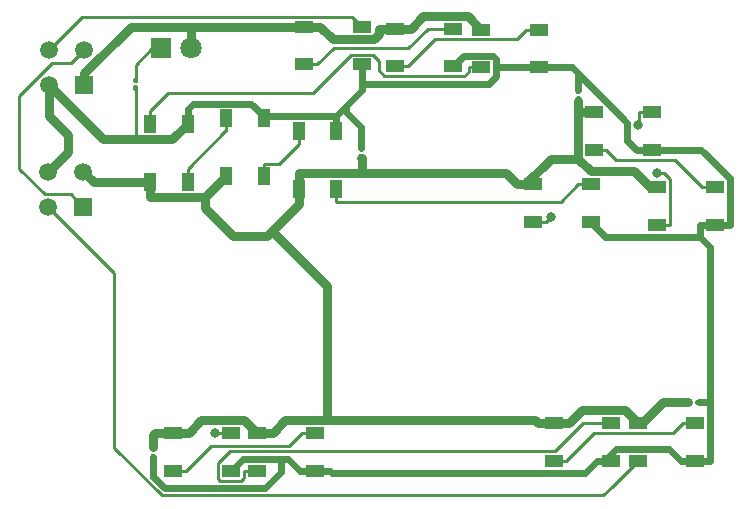
<source format=gbr>
%TF.GenerationSoftware,KiCad,Pcbnew,(5.1.6)-1*%
%TF.CreationDate,2020-11-24T18:40:46+11:00*%
%TF.ProjectId,ANT SEL Panel PCB V1,414e5420-5345-44c2-9050-616e656c2050,rev?*%
%TF.SameCoordinates,Original*%
%TF.FileFunction,Copper,L1,Top*%
%TF.FilePolarity,Positive*%
%FSLAX46Y46*%
G04 Gerber Fmt 4.6, Leading zero omitted, Abs format (unit mm)*
G04 Created by KiCad (PCBNEW (5.1.6)-1) date 2020-11-24 18:40:46*
%MOMM*%
%LPD*%
G01*
G04 APERTURE LIST*
%TA.AperFunction,ComponentPad*%
%ADD10C,1.520000*%
%TD*%
%TA.AperFunction,ComponentPad*%
%ADD11R,1.520000X1.520000*%
%TD*%
%TA.AperFunction,ComponentPad*%
%ADD12C,1.800000*%
%TD*%
%TA.AperFunction,ComponentPad*%
%ADD13R,1.800000X1.800000*%
%TD*%
%TA.AperFunction,SMDPad,CuDef*%
%ADD14R,1.500000X1.000000*%
%TD*%
%TA.AperFunction,SMDPad,CuDef*%
%ADD15R,1.000000X1.500000*%
%TD*%
%TA.AperFunction,ViaPad*%
%ADD16C,0.800000*%
%TD*%
%TA.AperFunction,Conductor*%
%ADD17C,0.250000*%
%TD*%
%TA.AperFunction,Conductor*%
%ADD18C,0.600000*%
%TD*%
%TA.AperFunction,Conductor*%
%ADD19C,0.750000*%
%TD*%
G04 APERTURE END LIST*
D10*
%TO.P,J2,4*%
%TO.N,/LEDGND*%
X86027201Y-52208401D03*
%TO.P,J2,3*%
%TO.N,Net-(D13-Pad2)*%
X86027201Y-55208400D03*
%TO.P,J2,2*%
%TO.N,/LED+5V*%
X89027200Y-52208401D03*
D11*
%TO.P,J2,1*%
%TO.N,Net-(J1-Pad2)*%
X89027200Y-55208400D03*
%TD*%
D10*
%TO.P,J1,4*%
%TO.N,Net-(D1-Pad4)*%
X86080801Y-41898801D03*
%TO.P,J1,3*%
%TO.N,/LEDGND*%
X86080801Y-44898800D03*
%TO.P,J1,2*%
%TO.N,Net-(J1-Pad2)*%
X89080800Y-41898801D03*
D11*
%TO.P,J1,1*%
%TO.N,/LED+5V*%
X89080800Y-44898800D03*
%TD*%
%TO.P,C5,2*%
%TO.N,/LEDGND*%
%TA.AperFunction,SMDPad,CuDef*%
G36*
G01*
X94850000Y-76090000D02*
X95050000Y-76090000D01*
G75*
G02*
X95150000Y-76190000I0J-100000D01*
G01*
X95150000Y-76450000D01*
G75*
G02*
X95050000Y-76550000I-100000J0D01*
G01*
X94850000Y-76550000D01*
G75*
G02*
X94750000Y-76450000I0J100000D01*
G01*
X94750000Y-76190000D01*
G75*
G02*
X94850000Y-76090000I100000J0D01*
G01*
G37*
%TD.AperFunction*%
%TO.P,C5,1*%
%TO.N,/LED+5V*%
%TA.AperFunction,SMDPad,CuDef*%
G36*
G01*
X94850000Y-75450000D02*
X95050000Y-75450000D01*
G75*
G02*
X95150000Y-75550000I0J-100000D01*
G01*
X95150000Y-75810000D01*
G75*
G02*
X95050000Y-75910000I-100000J0D01*
G01*
X94850000Y-75910000D01*
G75*
G02*
X94750000Y-75810000I0J100000D01*
G01*
X94750000Y-75550000D01*
G75*
G02*
X94850000Y-75450000I100000J0D01*
G01*
G37*
%TD.AperFunction*%
%TD*%
%TO.P,C4,2*%
%TO.N,/LEDGND*%
%TA.AperFunction,SMDPad,CuDef*%
G36*
G01*
X140795000Y-71850000D02*
X140795000Y-71650000D01*
G75*
G02*
X140895000Y-71550000I100000J0D01*
G01*
X141155000Y-71550000D01*
G75*
G02*
X141255000Y-71650000I0J-100000D01*
G01*
X141255000Y-71850000D01*
G75*
G02*
X141155000Y-71950000I-100000J0D01*
G01*
X140895000Y-71950000D01*
G75*
G02*
X140795000Y-71850000I0J100000D01*
G01*
G37*
%TD.AperFunction*%
%TO.P,C4,1*%
%TO.N,/LED+5V*%
%TA.AperFunction,SMDPad,CuDef*%
G36*
G01*
X140155000Y-71850000D02*
X140155000Y-71650000D01*
G75*
G02*
X140255000Y-71550000I100000J0D01*
G01*
X140515000Y-71550000D01*
G75*
G02*
X140615000Y-71650000I0J-100000D01*
G01*
X140615000Y-71850000D01*
G75*
G02*
X140515000Y-71950000I-100000J0D01*
G01*
X140255000Y-71950000D01*
G75*
G02*
X140155000Y-71850000I0J100000D01*
G01*
G37*
%TD.AperFunction*%
%TD*%
%TO.P,C3,2*%
%TO.N,/LEDGND*%
%TA.AperFunction,SMDPad,CuDef*%
G36*
G01*
X131025000Y-45660000D02*
X130825000Y-45660000D01*
G75*
G02*
X130725000Y-45560000I0J100000D01*
G01*
X130725000Y-45300000D01*
G75*
G02*
X130825000Y-45200000I100000J0D01*
G01*
X131025000Y-45200000D01*
G75*
G02*
X131125000Y-45300000I0J-100000D01*
G01*
X131125000Y-45560000D01*
G75*
G02*
X131025000Y-45660000I-100000J0D01*
G01*
G37*
%TD.AperFunction*%
%TO.P,C3,1*%
%TO.N,/LED+5V*%
%TA.AperFunction,SMDPad,CuDef*%
G36*
G01*
X131025000Y-46300000D02*
X130825000Y-46300000D01*
G75*
G02*
X130725000Y-46200000I0J100000D01*
G01*
X130725000Y-45940000D01*
G75*
G02*
X130825000Y-45840000I100000J0D01*
G01*
X131025000Y-45840000D01*
G75*
G02*
X131125000Y-45940000I0J-100000D01*
G01*
X131125000Y-46200000D01*
G75*
G02*
X131025000Y-46300000I-100000J0D01*
G01*
G37*
%TD.AperFunction*%
%TD*%
%TO.P,C2,2*%
%TO.N,/LEDGND*%
%TA.AperFunction,SMDPad,CuDef*%
G36*
G01*
X112650000Y-50510000D02*
X112450000Y-50510000D01*
G75*
G02*
X112350000Y-50410000I0J100000D01*
G01*
X112350000Y-50150000D01*
G75*
G02*
X112450000Y-50050000I100000J0D01*
G01*
X112650000Y-50050000D01*
G75*
G02*
X112750000Y-50150000I0J-100000D01*
G01*
X112750000Y-50410000D01*
G75*
G02*
X112650000Y-50510000I-100000J0D01*
G01*
G37*
%TD.AperFunction*%
%TO.P,C2,1*%
%TO.N,/LED+5V*%
%TA.AperFunction,SMDPad,CuDef*%
G36*
G01*
X112650000Y-51150000D02*
X112450000Y-51150000D01*
G75*
G02*
X112350000Y-51050000I0J100000D01*
G01*
X112350000Y-50790000D01*
G75*
G02*
X112450000Y-50690000I100000J0D01*
G01*
X112650000Y-50690000D01*
G75*
G02*
X112750000Y-50790000I0J-100000D01*
G01*
X112750000Y-51050000D01*
G75*
G02*
X112650000Y-51150000I-100000J0D01*
G01*
G37*
%TD.AperFunction*%
%TD*%
%TO.P,R1,2*%
%TO.N,Net-(D14-Pad1)*%
%TA.AperFunction,SMDPad,CuDef*%
G36*
G01*
X93550000Y-44730000D02*
X93350000Y-44730000D01*
G75*
G02*
X93250000Y-44630000I0J100000D01*
G01*
X93250000Y-44370000D01*
G75*
G02*
X93350000Y-44270000I100000J0D01*
G01*
X93550000Y-44270000D01*
G75*
G02*
X93650000Y-44370000I0J-100000D01*
G01*
X93650000Y-44630000D01*
G75*
G02*
X93550000Y-44730000I-100000J0D01*
G01*
G37*
%TD.AperFunction*%
%TO.P,R1,1*%
%TO.N,/LEDGND*%
%TA.AperFunction,SMDPad,CuDef*%
G36*
G01*
X93550000Y-45370000D02*
X93350000Y-45370000D01*
G75*
G02*
X93250000Y-45270000I0J100000D01*
G01*
X93250000Y-45010000D01*
G75*
G02*
X93350000Y-44910000I100000J0D01*
G01*
X93550000Y-44910000D01*
G75*
G02*
X93650000Y-45010000I0J-100000D01*
G01*
X93650000Y-45270000D01*
G75*
G02*
X93550000Y-45370000I-100000J0D01*
G01*
G37*
%TD.AperFunction*%
%TD*%
D12*
%TO.P,D14,2*%
%TO.N,/LED+5V*%
X98150000Y-41750000D03*
D13*
%TO.P,D14,1*%
%TO.N,Net-(D14-Pad1)*%
X95610000Y-41750000D03*
%TD*%
D14*
%TO.P,D13,1*%
%TO.N,/LED+5V*%
X135941200Y-73507600D03*
%TO.P,D13,2*%
%TO.N,Net-(D13-Pad2)*%
X135941200Y-76707600D03*
%TO.P,D13,4*%
%TO.N,Net-(D12-Pad2)*%
X140841200Y-73507600D03*
%TO.P,D13,3*%
%TO.N,/LEDGND*%
X140841200Y-76707600D03*
%TD*%
%TO.P,D12,1*%
%TO.N,/LED+5V*%
X128829200Y-73507600D03*
%TO.P,D12,2*%
%TO.N,Net-(D12-Pad2)*%
X128829200Y-76707600D03*
%TO.P,D12,4*%
%TO.N,Net-(D11-Pad2)*%
X133729200Y-73507600D03*
%TO.P,D12,3*%
%TO.N,/LEDGND*%
X133729200Y-76707600D03*
%TD*%
%TO.P,D11,1*%
%TO.N,/LED+5V*%
X103710200Y-74320400D03*
%TO.P,D11,2*%
%TO.N,Net-(D11-Pad2)*%
X103710200Y-77520400D03*
%TO.P,D11,4*%
%TO.N,Net-(D10-Pad2)*%
X108610200Y-74320400D03*
%TO.P,D11,3*%
%TO.N,/LEDGND*%
X108610200Y-77520400D03*
%TD*%
%TO.P,D10,1*%
%TO.N,/LED+5V*%
X96610200Y-74346000D03*
%TO.P,D10,2*%
%TO.N,Net-(D10-Pad2)*%
X96610200Y-77546000D03*
%TO.P,D10,4*%
%TO.N,Net-(D10-Pad4)*%
X101510200Y-74346000D03*
%TO.P,D10,3*%
%TO.N,/LEDGND*%
X101510200Y-77546000D03*
%TD*%
%TO.P,D9,1*%
%TO.N,/LED+5V*%
X137605200Y-53518000D03*
%TO.P,D9,2*%
%TO.N,Net-(D10-Pad4)*%
X137605200Y-56718000D03*
%TO.P,D9,4*%
%TO.N,Net-(D8-Pad2)*%
X142505200Y-53518000D03*
%TO.P,D9,3*%
%TO.N,/LEDGND*%
X142505200Y-56718000D03*
%TD*%
%TO.P,D8,1*%
%TO.N,/LED+5V*%
X132221200Y-47168000D03*
%TO.P,D8,2*%
%TO.N,Net-(D8-Pad2)*%
X132221200Y-50368000D03*
%TO.P,D8,4*%
%TO.N,Net-(D7-Pad2)*%
X137121200Y-47168000D03*
%TO.P,D8,3*%
%TO.N,/LEDGND*%
X137121200Y-50368000D03*
%TD*%
%TO.P,D7,1*%
%TO.N,/LED+5V*%
X127078200Y-53289200D03*
%TO.P,D7,2*%
%TO.N,Net-(D7-Pad2)*%
X127078200Y-56489200D03*
%TO.P,D7,4*%
%TO.N,Net-(D6-Pad2)*%
X131978200Y-53289200D03*
%TO.P,D7,3*%
%TO.N,/LEDGND*%
X131978200Y-56489200D03*
%TD*%
D15*
%TO.P,D6,1*%
%TO.N,/LED+5V*%
X107239200Y-53668000D03*
%TO.P,D6,2*%
%TO.N,Net-(D6-Pad2)*%
X110439200Y-53668000D03*
%TO.P,D6,4*%
%TO.N,Net-(D5-Pad2)*%
X107239200Y-48768000D03*
%TO.P,D6,3*%
%TO.N,/LEDGND*%
X110439200Y-48768000D03*
%TD*%
%TO.P,D5,1*%
%TO.N,/LED+5V*%
X101092200Y-52601200D03*
%TO.P,D5,2*%
%TO.N,Net-(D5-Pad2)*%
X104292200Y-52601200D03*
%TO.P,D5,4*%
%TO.N,Net-(D4-Pad2)*%
X101092200Y-47701200D03*
%TO.P,D5,3*%
%TO.N,/LEDGND*%
X104292200Y-47701200D03*
%TD*%
%TO.P,D4,1*%
%TO.N,/LED+5V*%
X94640800Y-53058400D03*
%TO.P,D4,2*%
%TO.N,Net-(D4-Pad2)*%
X97840800Y-53058400D03*
%TO.P,D4,4*%
%TO.N,Net-(D3-Pad2)*%
X94640800Y-48158400D03*
%TO.P,D4,3*%
%TO.N,/LEDGND*%
X97840800Y-48158400D03*
%TD*%
D14*
%TO.P,D3,1*%
%TO.N,/LED+5V*%
X122709200Y-40182800D03*
%TO.P,D3,2*%
%TO.N,Net-(D3-Pad2)*%
X122709200Y-43382800D03*
%TO.P,D3,4*%
%TO.N,Net-(D2-Pad2)*%
X127609200Y-40182800D03*
%TO.P,D3,3*%
%TO.N,/LEDGND*%
X127609200Y-43382800D03*
%TD*%
%TO.P,D2,1*%
%TO.N,/LED+5V*%
X115406200Y-40106800D03*
%TO.P,D2,2*%
%TO.N,Net-(D2-Pad2)*%
X115406200Y-43306800D03*
%TO.P,D2,4*%
%TO.N,Net-(D1-Pad2)*%
X120306200Y-40106800D03*
%TO.P,D2,3*%
%TO.N,/LEDGND*%
X120306200Y-43306800D03*
%TD*%
%TO.P,D1,1*%
%TO.N,/LED+5V*%
X107723200Y-39929200D03*
%TO.P,D1,2*%
%TO.N,Net-(D1-Pad2)*%
X107723200Y-43129200D03*
%TO.P,D1,4*%
%TO.N,Net-(D1-Pad4)*%
X112623200Y-39929200D03*
%TO.P,D1,3*%
%TO.N,/LEDGND*%
X112623200Y-43129200D03*
%TD*%
D16*
%TO.N,Net-(D7-Pad2)*%
X135982500Y-48275900D03*
X128628700Y-56032600D03*
%TO.N,Net-(D10-Pad4)*%
X100151600Y-74346000D03*
X137569900Y-52358000D03*
%TD*%
D17*
%TO.N,Net-(D1-Pad2)*%
X107723200Y-43129200D02*
X108798500Y-43129200D01*
X108798500Y-43129200D02*
X110198000Y-41729700D01*
X110198000Y-41729700D02*
X116535100Y-41729700D01*
X116535100Y-41729700D02*
X118158000Y-40106800D01*
X118158000Y-40106800D02*
X120306200Y-40106800D01*
%TO.N,Net-(D1-Pad4)*%
X111798199Y-39104199D02*
X112623200Y-39929200D01*
X88875403Y-39104199D02*
X111798199Y-39104199D01*
X86080801Y-41898801D02*
X88875403Y-39104199D01*
%TO.N,Net-(D2-Pad2)*%
X127609200Y-40182800D02*
X126533900Y-40182800D01*
X115406200Y-43306800D02*
X116481500Y-43306800D01*
X116481500Y-43306800D02*
X118780200Y-41008100D01*
X118780200Y-41008100D02*
X125708600Y-41008100D01*
X125708600Y-41008100D02*
X126533900Y-40182800D01*
%TO.N,Net-(D3-Pad2)*%
X94640800Y-48158400D02*
X94640800Y-47083100D01*
X122709200Y-43382800D02*
X121633900Y-43382800D01*
X121633900Y-43382800D02*
X121633900Y-43757600D01*
X121633900Y-43757600D02*
X121259300Y-44132200D01*
X121259300Y-44132200D02*
X114507000Y-44132200D01*
X114507000Y-44132200D02*
X114014700Y-43639900D01*
X114014700Y-43639900D02*
X114014700Y-42804800D01*
X114014700Y-42804800D02*
X113513700Y-42303800D01*
X113513700Y-42303800D02*
X111711400Y-42303800D01*
X111711400Y-42303800D02*
X108479400Y-45535800D01*
X108479400Y-45535800D02*
X96188100Y-45535800D01*
X96188100Y-45535800D02*
X94640800Y-47083100D01*
%TO.N,Net-(D4-Pad2)*%
X101092200Y-47701200D02*
X101092200Y-48776500D01*
X97840800Y-53058400D02*
X97840800Y-51983100D01*
X97840800Y-51983100D02*
X101047400Y-48776500D01*
X101047400Y-48776500D02*
X101092200Y-48776500D01*
%TO.N,Net-(D5-Pad2)*%
X107239200Y-48768000D02*
X107239200Y-49843300D01*
X104292200Y-52601200D02*
X104292200Y-51525900D01*
X104292200Y-51525900D02*
X105556600Y-51525900D01*
X105556600Y-51525900D02*
X107239200Y-49843300D01*
%TO.N,Net-(D6-Pad2)*%
X131978200Y-53289200D02*
X130902900Y-53289200D01*
X110439200Y-53668000D02*
X110439200Y-54743300D01*
X110439200Y-54743300D02*
X129448800Y-54743300D01*
X129448800Y-54743300D02*
X130902900Y-53289200D01*
%TO.N,Net-(D7-Pad2)*%
X137121200Y-47168000D02*
X136045900Y-47168000D01*
X135982500Y-48275900D02*
X136045900Y-48212500D01*
X136045900Y-48212500D02*
X136045900Y-47168000D01*
X127078200Y-56489200D02*
X128172100Y-56489200D01*
X128172100Y-56489200D02*
X128628700Y-56032600D01*
%TO.N,Net-(D8-Pad2)*%
X132221200Y-50368000D02*
X133296500Y-50368000D01*
X142505200Y-53518000D02*
X141429900Y-53518000D01*
X141429900Y-53518000D02*
X139105200Y-51193300D01*
X139105200Y-51193300D02*
X134121800Y-51193300D01*
X134121800Y-51193300D02*
X133296500Y-50368000D01*
%TO.N,Net-(D10-Pad4)*%
X137605200Y-56718000D02*
X138680500Y-56718000D01*
X100434900Y-74346000D02*
X100151600Y-74346000D01*
X101510200Y-74346000D02*
X100434900Y-74346000D01*
X138680500Y-56718000D02*
X138680500Y-52874400D01*
X138680500Y-52874400D02*
X138164100Y-52358000D01*
X138164100Y-52358000D02*
X137569900Y-52358000D01*
%TO.N,Net-(D10-Pad2)*%
X97685500Y-77546000D02*
X99808300Y-75423200D01*
X99808300Y-75423200D02*
X106432100Y-75423200D01*
X106432100Y-75423200D02*
X107534900Y-74320400D01*
X108610200Y-74320400D02*
X107534900Y-74320400D01*
X96610200Y-77546000D02*
X97685500Y-77546000D01*
%TO.N,Net-(D11-Pad2)*%
X103710200Y-77520400D02*
X102634900Y-77520400D01*
X102634900Y-77520400D02*
X102634900Y-78139400D01*
X102634900Y-78139400D02*
X102402900Y-78371400D01*
X102402900Y-78371400D02*
X100613000Y-78371400D01*
X100613000Y-78371400D02*
X100434800Y-78193200D01*
X100434800Y-78193200D02*
X100434800Y-76904200D01*
X100434800Y-76904200D02*
X101456800Y-75882200D01*
X101456800Y-75882200D02*
X128932900Y-75882200D01*
X128932900Y-75882200D02*
X131307500Y-73507600D01*
X131307500Y-73507600D02*
X133729200Y-73507600D01*
%TO.N,Net-(D12-Pad2)*%
X140841200Y-73507600D02*
X139765900Y-73507600D01*
X128829200Y-76707600D02*
X129904500Y-76707600D01*
X129904500Y-76707600D02*
X132279200Y-74332900D01*
X132279200Y-74332900D02*
X138940600Y-74332900D01*
X138940600Y-74332900D02*
X139765900Y-73507600D01*
%TO.N,Net-(D13-Pad2)*%
X133827390Y-78821410D02*
X135941200Y-76707600D01*
X86027201Y-55208400D02*
X91600000Y-60781199D01*
X91600000Y-60781199D02*
X91600000Y-75569698D01*
X95651721Y-79621420D02*
X133027380Y-79621420D01*
X91600000Y-75569698D02*
X95651721Y-79621420D01*
X133027380Y-79621420D02*
X133827390Y-78821410D01*
%TO.N,Net-(J1-Pad2)*%
X86389997Y-42983802D02*
X83600000Y-45773799D01*
X89080800Y-41898801D02*
X87995799Y-42983802D01*
X87995799Y-42983802D02*
X86389997Y-42983802D01*
X85773399Y-54123399D02*
X87942199Y-54123399D01*
X87942199Y-54123399D02*
X89027200Y-55208400D01*
X83600000Y-51950000D02*
X85773399Y-54123399D01*
X83600000Y-45773799D02*
X83600000Y-51950000D01*
D18*
%TO.N,/LEDGND*%
X112623200Y-44769000D02*
X112623200Y-45333700D01*
X112623200Y-43129200D02*
X112623200Y-44769000D01*
X123959600Y-43382800D02*
X123959600Y-44132600D01*
X123959600Y-44132600D02*
X123323200Y-44769000D01*
X123323200Y-44769000D02*
X112623200Y-44769000D01*
X123959600Y-43382800D02*
X123959600Y-42632500D01*
X123959600Y-42632500D02*
X123709600Y-42382500D01*
X123709600Y-42382500D02*
X121230500Y-42382500D01*
X121230500Y-42382500D02*
X120306200Y-43306800D01*
X126358900Y-43382800D02*
X123959600Y-43382800D01*
X104292200Y-47517600D02*
X110439100Y-47517600D01*
X110439100Y-47517600D02*
X110439200Y-47517700D01*
X97840800Y-46908100D02*
X98298100Y-46450800D01*
X98298100Y-46450800D02*
X103225400Y-46450800D01*
X103225400Y-46450800D02*
X104292200Y-47517600D01*
X110439200Y-48768000D02*
X110439200Y-47517700D01*
X127609200Y-43382800D02*
X126358900Y-43382800D01*
X127609200Y-43382800D02*
X130407900Y-43382800D01*
X135082200Y-48057100D02*
X135082200Y-49579300D01*
X135082200Y-49579300D02*
X135870900Y-50368000D01*
X137121200Y-50368000D02*
X135870900Y-50368000D01*
X108610200Y-77520400D02*
X107359900Y-77520400D01*
X101510200Y-77546000D02*
X102536100Y-76520100D01*
X106359600Y-76520100D02*
X107359900Y-77520400D01*
X108610200Y-77520400D02*
X109860500Y-77520400D01*
X109860500Y-77520400D02*
X110048000Y-77707900D01*
X110048000Y-77707900D02*
X131478600Y-77707900D01*
X131478600Y-77707900D02*
X132478900Y-76707600D01*
X97840800Y-48158400D02*
X97840800Y-46908100D01*
X104292200Y-47517800D02*
X104292200Y-47517600D01*
X104292200Y-47701200D02*
X104292200Y-47609400D01*
X104292200Y-47609400D02*
X104292200Y-47517800D01*
X141254900Y-57718300D02*
X141254900Y-56718000D01*
X142091500Y-58554900D02*
X141254900Y-57718300D01*
X131978200Y-56489200D02*
X133207300Y-57718300D01*
X133207300Y-57718300D02*
X141254900Y-57718300D01*
X142505200Y-56718000D02*
X143755500Y-56718000D01*
X137121200Y-50368000D02*
X141334500Y-50368000D01*
X141334500Y-50368000D02*
X143755500Y-52789000D01*
X143755500Y-52789000D02*
X143755500Y-56718000D01*
X142505200Y-56718000D02*
X141254900Y-56718000D01*
X140841200Y-76707600D02*
X142091500Y-76707600D01*
X140216100Y-76707600D02*
X140841200Y-76707600D01*
X140216100Y-76707600D02*
X139590900Y-76707600D01*
X133104100Y-76707600D02*
X134104400Y-75707300D01*
X134104400Y-75707300D02*
X138590600Y-75707300D01*
X138590600Y-75707300D02*
X139590900Y-76707600D01*
X133104100Y-76707600D02*
X132478900Y-76707600D01*
X133729200Y-76707600D02*
X133104100Y-76707600D01*
D19*
X90665402Y-49483401D02*
X86080801Y-44898800D01*
X97840800Y-48158400D02*
X96515799Y-49483401D01*
X86080801Y-44898800D02*
X86080801Y-47480801D01*
X86080801Y-47480801D02*
X87700000Y-49100000D01*
X87700000Y-50535602D02*
X86027201Y-52208401D01*
X87700000Y-49100000D02*
X87700000Y-50535602D01*
X93183401Y-49483401D02*
X90665402Y-49483401D01*
D17*
X93450000Y-49350000D02*
X93316599Y-49483401D01*
X93450000Y-45140000D02*
X93450000Y-49350000D01*
D19*
X96515799Y-49483401D02*
X93316599Y-49483401D01*
X93316599Y-49483401D02*
X93183401Y-49483401D01*
D18*
X95910608Y-78996410D02*
X94950000Y-78035802D01*
X105754900Y-76520100D02*
X106359600Y-76520100D01*
X105754900Y-77625702D02*
X104384192Y-78996410D01*
X94950000Y-78035802D02*
X94950000Y-76410010D01*
X102536100Y-76520100D02*
X105754900Y-76520100D01*
X105754900Y-76520100D02*
X105754900Y-77625702D01*
X104384192Y-78996410D02*
X95910608Y-78996410D01*
X142091500Y-71716500D02*
X141115010Y-71716500D01*
X142091500Y-71716500D02*
X142091500Y-58554900D01*
X141115010Y-71716500D02*
X141115010Y-71750000D01*
X142091500Y-76707600D02*
X142091500Y-71716500D01*
X130875050Y-45339990D02*
X130925000Y-45339990D01*
X130875050Y-43849950D02*
X130875050Y-45339990D01*
X130875050Y-43849950D02*
X135082200Y-48057100D01*
X130407900Y-43382800D02*
X130875050Y-43849950D01*
X111278450Y-46678450D02*
X111278450Y-47128450D01*
X111278450Y-46678450D02*
X110439200Y-47517700D01*
X112623200Y-45333700D02*
X111278450Y-46678450D01*
X112550000Y-48400000D02*
X112550000Y-50189990D01*
X111278450Y-47128450D02*
X112550000Y-48400000D01*
D19*
%TO.N,/LED+5V*%
X107723200Y-39929200D02*
X109048500Y-39929200D01*
X109048500Y-39929200D02*
X110123800Y-41004500D01*
X110123800Y-41004500D02*
X113632200Y-41004500D01*
X113632200Y-41004500D02*
X114080900Y-40555800D01*
X114080900Y-40555800D02*
X114080900Y-40106800D01*
X115406200Y-40106800D02*
X114080900Y-40106800D01*
X109638500Y-73245100D02*
X106110800Y-73245100D01*
X106110800Y-73245100D02*
X105035500Y-74320400D01*
X127503900Y-73507600D02*
X127241400Y-73245100D01*
X127241400Y-73245100D02*
X109638500Y-73245100D01*
X105007000Y-57225500D02*
X109638500Y-61857100D01*
X109638500Y-61857100D02*
X109638500Y-73245100D01*
X105007000Y-57225500D02*
X104592600Y-57639900D01*
X104592600Y-57639900D02*
X101690500Y-57639900D01*
X101690500Y-57639900D02*
X99309700Y-55259100D01*
X99309700Y-55259100D02*
X99309700Y-54383700D01*
X107239200Y-54993300D02*
X105007000Y-57225500D01*
X99309700Y-54383700D02*
X101092200Y-52601200D01*
X94640800Y-54383700D02*
X99309700Y-54383700D01*
X107239200Y-53668000D02*
X107239200Y-52342700D01*
X107239200Y-53668000D02*
X107239200Y-54993300D01*
X124806400Y-52342700D02*
X125752900Y-53289200D01*
X94640800Y-53058400D02*
X94640800Y-54383700D01*
X96610200Y-74346000D02*
X97935500Y-74346000D01*
X97935500Y-74346000D02*
X99010900Y-73270600D01*
X99010900Y-73270600D02*
X102660400Y-73270600D01*
X102660400Y-73270600D02*
X103710200Y-74320400D01*
X130895900Y-51113100D02*
X131976500Y-52193700D01*
X131976500Y-52193700D02*
X135679900Y-52193700D01*
X135679900Y-52193700D02*
X137004200Y-53518000D01*
X137004200Y-53518000D02*
X137605200Y-53518000D01*
X130895900Y-47168000D02*
X130895900Y-51113100D01*
X126415600Y-53289200D02*
X128591700Y-51113100D01*
X128591700Y-51113100D02*
X130895900Y-51113100D01*
X126415600Y-53289200D02*
X125752900Y-53289200D01*
X127078200Y-53289200D02*
X126415600Y-53289200D01*
X103710200Y-74320400D02*
X105035500Y-74320400D01*
X128829200Y-73507600D02*
X127503900Y-73507600D01*
X128857200Y-73507600D02*
X128829200Y-73507600D01*
X128857200Y-73507600D02*
X130154500Y-73507600D01*
X130154500Y-73507600D02*
X131229800Y-72432300D01*
X131229800Y-72432300D02*
X134865900Y-72432300D01*
X134865900Y-72432300D02*
X135941200Y-73507600D01*
X115406200Y-40106800D02*
X116731500Y-40106800D01*
X116731500Y-40106800D02*
X117806800Y-39031500D01*
X117806800Y-39031500D02*
X121557900Y-39031500D01*
X121557900Y-39031500D02*
X122709200Y-40182800D01*
X132221200Y-47168000D02*
X130895900Y-47168000D01*
X89080800Y-43874603D02*
X89080800Y-44898800D01*
X93026203Y-39929200D02*
X89080800Y-43874603D01*
D17*
X104300000Y-39958400D02*
X104329200Y-39929200D01*
D19*
X89877199Y-53058400D02*
X89027200Y-52208401D01*
X94640800Y-53058400D02*
X89877199Y-53058400D01*
D17*
X105550000Y-40000000D02*
X105620800Y-39929200D01*
D19*
X105620800Y-39929200D02*
X104329200Y-39929200D01*
D17*
X105900000Y-40050000D02*
X106020800Y-39929200D01*
D19*
X107723200Y-39929200D02*
X106020800Y-39929200D01*
X106020800Y-39929200D02*
X105620800Y-39929200D01*
X98150000Y-40100000D02*
X98320800Y-39929200D01*
X98150000Y-41750000D02*
X98150000Y-40100000D01*
X104329200Y-39929200D02*
X98320800Y-39929200D01*
X98320800Y-39929200D02*
X93026203Y-39929200D01*
X94950000Y-74506200D02*
X94950000Y-75514990D01*
X96610200Y-74346000D02*
X95110200Y-74346000D01*
X95110200Y-74346000D02*
X94950000Y-74506200D01*
X135941200Y-73507600D02*
X136342400Y-73507600D01*
X138100000Y-71750000D02*
X140219990Y-71750000D01*
X136342400Y-73507600D02*
X138100000Y-71750000D01*
X130895900Y-46235010D02*
X130925000Y-46235010D01*
X130895900Y-47168000D02*
X130895900Y-46235010D01*
X112632300Y-51085010D02*
X112550000Y-51085010D01*
X112632300Y-52342700D02*
X112632300Y-51085010D01*
X112632300Y-52342700D02*
X124806400Y-52342700D01*
X107239200Y-52342700D02*
X112632300Y-52342700D01*
D17*
%TO.N,Net-(D14-Pad1)*%
X95610000Y-41750000D02*
X94850000Y-41750000D01*
X93450000Y-43150000D02*
X93450000Y-44500000D01*
X94850000Y-41750000D02*
X93450000Y-43150000D01*
%TD*%
M02*

</source>
